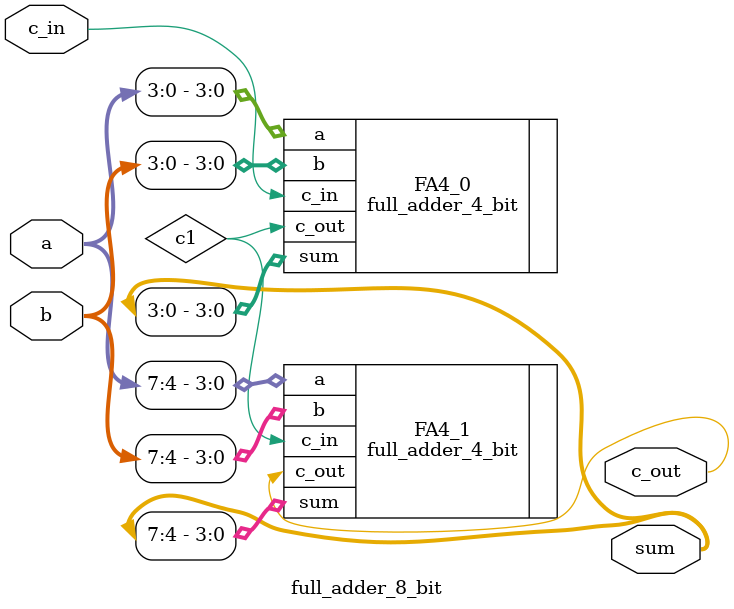
<source format=sv>
module full_adder_8_bit (
	// DATA 
	input logic [7:0]    a,
	input logic [7:0]    b,
	input logic		     c_in,	
	output logic [7:0]   sum,
	output logic     	 c_out);

// Internal components 
wire c1; 				// shared wire between the 4 bit full_adder 

// Operations 
full_adder_4_bit FA4_0 (
	.a(a[3:0]),
	.b(b[3:0]),
	.c_in(c_in),
	.sum(sum[3:0]),
	.c_out(c1));

full_adder_4_bit FA4_1 (
	.a(a[7:4]),
	.b(b[7:4]),
	.c_in(c1),
	.sum(sum[7:4]),
	.c_out(c_out));

endmodule
	


	

</source>
